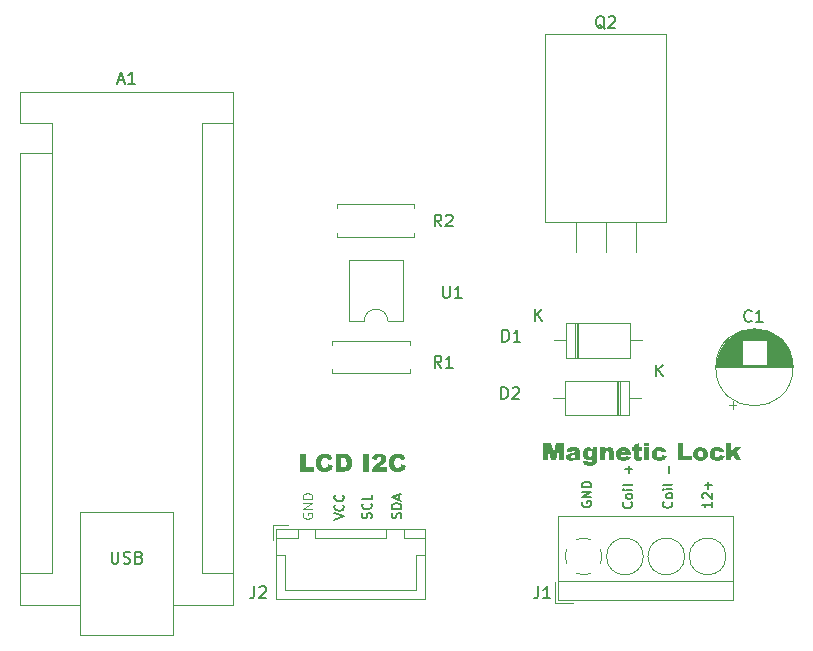
<source format=gbr>
%TF.GenerationSoftware,KiCad,Pcbnew,8.0.7*%
%TF.CreationDate,2025-07-22T20:11:00+09:00*%
%TF.ProjectId,Arduino magnetic gate,41726475-696e-46f2-906d-61676e657469,rev?*%
%TF.SameCoordinates,Original*%
%TF.FileFunction,Legend,Top*%
%TF.FilePolarity,Positive*%
%FSLAX46Y46*%
G04 Gerber Fmt 4.6, Leading zero omitted, Abs format (unit mm)*
G04 Created by KiCad (PCBNEW 8.0.7) date 2025-07-22 20:11:00*
%MOMM*%
%LPD*%
G01*
G04 APERTURE LIST*
%ADD10C,0.200000*%
%ADD11C,0.125000*%
%ADD12C,0.150000*%
%ADD13C,0.120000*%
G04 APERTURE END LIST*
D10*
G36*
X204644876Y-118056171D02*
G01*
X205258903Y-118056171D01*
X205495940Y-118965488D01*
X205731879Y-118056171D01*
X206344074Y-118056171D01*
X206344074Y-119556800D01*
X205962688Y-119556800D01*
X205962688Y-118404950D01*
X205667032Y-119556800D01*
X205321917Y-119556800D01*
X205026994Y-118404950D01*
X205026994Y-119556800D01*
X204644876Y-119556800D01*
X204644876Y-118056171D01*
G37*
G36*
X207229429Y-118432345D02*
G01*
X207310985Y-118435997D01*
X207391624Y-118443281D01*
X207453425Y-118452578D01*
X207527716Y-118472641D01*
X207598393Y-118506971D01*
X207644300Y-118541238D01*
X207692111Y-118597566D01*
X207726619Y-118668175D01*
X207728564Y-118673495D01*
X207749852Y-118746715D01*
X207759431Y-118821897D01*
X207759705Y-118836527D01*
X207759705Y-119322693D01*
X207762719Y-119399406D01*
X207769231Y-119444326D01*
X207793741Y-119516378D01*
X207812095Y-119556800D01*
X207418620Y-119556800D01*
X207387479Y-119491587D01*
X207373191Y-119420878D01*
X207316649Y-119470211D01*
X207255263Y-119511882D01*
X207209426Y-119534818D01*
X207136311Y-119558774D01*
X207056183Y-119573858D01*
X206978072Y-119579848D01*
X206950773Y-119580247D01*
X206869544Y-119576074D01*
X206787787Y-119561088D01*
X206717846Y-119535202D01*
X206653285Y-119493052D01*
X206599769Y-119434548D01*
X206566073Y-119368030D01*
X206552199Y-119293498D01*
X206551802Y-119277630D01*
X206555534Y-119244291D01*
X206972388Y-119244291D01*
X207000672Y-119312064D01*
X207006827Y-119317564D01*
X207076825Y-119344011D01*
X207108309Y-119345774D01*
X207183902Y-119336036D01*
X207238369Y-119314999D01*
X207300193Y-119271379D01*
X207324098Y-119240261D01*
X207346909Y-119166666D01*
X207349377Y-119124856D01*
X207349377Y-119064406D01*
X207277918Y-119086001D01*
X207204039Y-119105540D01*
X207169126Y-119113865D01*
X207092347Y-119134893D01*
X207023509Y-119163148D01*
X207007559Y-119174315D01*
X206972526Y-119239424D01*
X206972388Y-119244291D01*
X206555534Y-119244291D01*
X206560460Y-119200288D01*
X206589655Y-119127370D01*
X206625075Y-119080526D01*
X206689874Y-119032056D01*
X206764723Y-118999353D01*
X206836523Y-118978246D01*
X206895085Y-118965488D01*
X206977728Y-118949280D01*
X207059395Y-118932814D01*
X207133281Y-118917214D01*
X207201000Y-118901374D01*
X207273082Y-118880216D01*
X207344485Y-118855224D01*
X207349377Y-118853380D01*
X207339292Y-118780428D01*
X207317503Y-118744204D01*
X207246513Y-118715188D01*
X207205030Y-118712696D01*
X207129849Y-118718622D01*
X207057081Y-118744252D01*
X207050424Y-118748600D01*
X207004480Y-118806287D01*
X206985577Y-118853380D01*
X206584775Y-118806485D01*
X206602729Y-118732025D01*
X206629975Y-118659207D01*
X206649988Y-118622571D01*
X206698465Y-118563398D01*
X206758672Y-118515433D01*
X206773453Y-118506067D01*
X206841871Y-118474285D01*
X206913512Y-118454531D01*
X206932088Y-118450746D01*
X207010193Y-118438913D01*
X207085771Y-118432864D01*
X207150441Y-118431328D01*
X207229429Y-118432345D01*
G37*
G36*
X208507669Y-118435264D02*
G01*
X208580438Y-118448684D01*
X208642643Y-118471629D01*
X208708400Y-118512782D01*
X208765880Y-118566225D01*
X208797981Y-118604252D01*
X208797981Y-118454776D01*
X209190724Y-118454776D01*
X209190724Y-119494518D01*
X209191823Y-119543244D01*
X209185641Y-119619614D01*
X209167093Y-119693201D01*
X209147859Y-119740714D01*
X209111040Y-119806007D01*
X209061850Y-119865346D01*
X209031356Y-119892389D01*
X208965947Y-119934338D01*
X208894085Y-119963506D01*
X208847074Y-119976287D01*
X208774052Y-119990004D01*
X208694661Y-119998641D01*
X208617764Y-120002070D01*
X208590986Y-120002298D01*
X208511782Y-120000741D01*
X208421858Y-119994416D01*
X208342024Y-119983225D01*
X208259541Y-119963372D01*
X208181672Y-119931355D01*
X208138159Y-119902647D01*
X208084304Y-119848769D01*
X208042109Y-119778029D01*
X208020951Y-119706147D01*
X208015061Y-119636301D01*
X208017259Y-119580247D01*
X208423924Y-119627141D01*
X208465353Y-119690121D01*
X208471185Y-119693820D01*
X208542351Y-119717727D01*
X208587688Y-119720931D01*
X208662725Y-119710788D01*
X208723243Y-119674769D01*
X208758404Y-119606180D01*
X208768130Y-119527357D01*
X208768306Y-119513202D01*
X208768306Y-119354933D01*
X208714130Y-119410261D01*
X208652214Y-119455118D01*
X208644475Y-119459347D01*
X208576118Y-119488131D01*
X208504039Y-119504968D01*
X208435281Y-119509905D01*
X208355962Y-119503143D01*
X208282593Y-119482857D01*
X208215175Y-119449047D01*
X208153707Y-119401713D01*
X208098190Y-119340855D01*
X208081007Y-119317564D01*
X208043605Y-119253588D01*
X208015390Y-119181232D01*
X207996361Y-119100496D01*
X207987363Y-119024624D01*
X207985841Y-118980509D01*
X208403407Y-118980509D01*
X208409381Y-119059491D01*
X208431846Y-119133076D01*
X208453965Y-119167721D01*
X208512492Y-119213333D01*
X208586956Y-119228537D01*
X208658763Y-119212783D01*
X208718114Y-119165522D01*
X208754429Y-119097862D01*
X208769369Y-119020445D01*
X208771237Y-118975013D01*
X208765799Y-118901196D01*
X208744916Y-118828107D01*
X208715550Y-118780107D01*
X208657949Y-118731721D01*
X208584619Y-118712762D01*
X208579628Y-118712696D01*
X208507455Y-118728267D01*
X208451401Y-118774978D01*
X208418593Y-118844792D01*
X208405704Y-118921586D01*
X208403407Y-118980509D01*
X207985841Y-118980509D01*
X207985019Y-118956695D01*
X207988033Y-118879531D01*
X207999608Y-118794798D01*
X208019864Y-118718643D01*
X208048801Y-118651066D01*
X208093533Y-118583068D01*
X208108484Y-118565784D01*
X208166307Y-118513394D01*
X208231422Y-118473871D01*
X208303831Y-118447216D01*
X208383532Y-118433429D01*
X208432350Y-118431328D01*
X208507669Y-118435264D01*
G37*
G36*
X209436188Y-118454776D02*
G01*
X209826732Y-118454776D01*
X209826732Y-118633562D01*
X209876130Y-118577282D01*
X209931357Y-118526306D01*
X209992519Y-118484282D01*
X210003686Y-118478223D01*
X210076518Y-118449647D01*
X210152967Y-118435038D01*
X210222406Y-118431328D01*
X210304677Y-118437854D01*
X210377469Y-118457432D01*
X210448029Y-118495058D01*
X210494614Y-118535742D01*
X210542254Y-118603253D01*
X210571512Y-118678346D01*
X210587007Y-118755698D01*
X210592781Y-118830651D01*
X210593166Y-118857410D01*
X210593166Y-119556800D01*
X210171848Y-119556800D01*
X210171848Y-118949734D01*
X210165559Y-118875293D01*
X210136090Y-118805561D01*
X210133746Y-118802822D01*
X210070483Y-118764699D01*
X210026767Y-118759591D01*
X209953866Y-118776031D01*
X209902936Y-118817843D01*
X209870629Y-118886485D01*
X209857937Y-118965211D01*
X209855675Y-119026670D01*
X209855675Y-119556800D01*
X209436188Y-119556800D01*
X209436188Y-118454776D01*
G37*
G36*
X211485953Y-118433763D02*
G01*
X211563585Y-118441066D01*
X211645365Y-118455739D01*
X211717679Y-118477040D01*
X211772127Y-118500571D01*
X211836195Y-118538902D01*
X211898527Y-118591330D01*
X211950543Y-118653611D01*
X211979489Y-118700606D01*
X212010584Y-118771108D01*
X212032795Y-118851457D01*
X212044941Y-118929838D01*
X212049939Y-119003022D01*
X212050563Y-119041691D01*
X212050563Y-119087853D01*
X211209757Y-119087853D01*
X211225796Y-119162696D01*
X211261675Y-119228122D01*
X211264346Y-119231102D01*
X211324643Y-119277434D01*
X211399105Y-119297820D01*
X211422981Y-119298879D01*
X211497800Y-119287573D01*
X211540218Y-119269936D01*
X211598971Y-119221546D01*
X211613491Y-119205090D01*
X212026750Y-119251984D01*
X211983360Y-119324027D01*
X211936219Y-119386603D01*
X211885326Y-119439712D01*
X211822569Y-119488817D01*
X211797772Y-119504043D01*
X211723629Y-119537382D01*
X211646808Y-119558740D01*
X211572087Y-119571242D01*
X211489174Y-119578386D01*
X211413822Y-119580247D01*
X211335598Y-119578083D01*
X211252541Y-119570089D01*
X211178319Y-119556204D01*
X211104313Y-119533123D01*
X211071638Y-119518698D01*
X211004933Y-119478338D01*
X210944951Y-119426503D01*
X210897277Y-119370792D01*
X210865009Y-119323059D01*
X210829265Y-119253084D01*
X210803734Y-119177246D01*
X210788416Y-119095547D01*
X210783389Y-119019252D01*
X210783309Y-119007986D01*
X210787317Y-118929792D01*
X210795993Y-118876827D01*
X211210857Y-118876827D01*
X211624115Y-118876827D01*
X211603502Y-118805343D01*
X211558536Y-118750798D01*
X211488405Y-118719989D01*
X211418951Y-118712696D01*
X211344338Y-118722189D01*
X211274776Y-118756734D01*
X211259217Y-118770215D01*
X211219987Y-118836034D01*
X211210857Y-118876827D01*
X210795993Y-118876827D01*
X210799338Y-118856410D01*
X210824342Y-118774703D01*
X210860887Y-118699926D01*
X210908972Y-118632079D01*
X210947441Y-118590697D01*
X211013519Y-118536537D01*
X211088382Y-118493582D01*
X211157478Y-118466346D01*
X211232674Y-118446892D01*
X211313970Y-118435219D01*
X211401366Y-118431328D01*
X211485953Y-118433763D01*
G37*
G36*
X212741160Y-118056171D02*
G01*
X212741160Y-118454776D01*
X212971970Y-118454776D01*
X212971970Y-118759591D01*
X212741160Y-118759591D01*
X212741160Y-119165522D01*
X212746998Y-119240070D01*
X212754716Y-119262243D01*
X212820554Y-119298736D01*
X212826889Y-119298879D01*
X212903570Y-119286888D01*
X212956582Y-119271035D01*
X212987357Y-119548007D01*
X212910810Y-119562112D01*
X212836873Y-119572187D01*
X212756814Y-119578704D01*
X212696830Y-119580247D01*
X212623580Y-119577728D01*
X212546508Y-119567496D01*
X212475273Y-119544827D01*
X212465654Y-119539947D01*
X212404726Y-119492564D01*
X212363113Y-119431636D01*
X212356111Y-119416482D01*
X212334456Y-119340009D01*
X212324773Y-119263789D01*
X212320886Y-119182461D01*
X212320574Y-119148670D01*
X212320574Y-118759591D01*
X212166335Y-118759591D01*
X212166335Y-118454776D01*
X212320574Y-118454776D01*
X212320574Y-118262435D01*
X212741160Y-118056171D01*
G37*
G36*
X213182629Y-118056171D02*
G01*
X213602116Y-118056171D01*
X213602116Y-118337539D01*
X213182629Y-118337539D01*
X213182629Y-118056171D01*
G37*
G36*
X213182629Y-118454776D02*
G01*
X213602116Y-118454776D01*
X213602116Y-119556800D01*
X213182629Y-119556800D01*
X213182629Y-118454776D01*
G37*
G36*
X214682158Y-119134748D02*
G01*
X215081129Y-119181642D01*
X215056371Y-119254515D01*
X215023312Y-119321090D01*
X214977360Y-119387050D01*
X214972685Y-119392668D01*
X214916115Y-119449199D01*
X214856123Y-119492475D01*
X214787974Y-119528024D01*
X214780710Y-119531154D01*
X214709957Y-119554885D01*
X214629177Y-119570850D01*
X214548955Y-119578521D01*
X214483589Y-119580247D01*
X214410081Y-119578687D01*
X214332898Y-119573082D01*
X214254771Y-119561906D01*
X214193062Y-119547640D01*
X214123853Y-119523326D01*
X214054997Y-119487489D01*
X213993760Y-119442127D01*
X213940783Y-119389017D01*
X213896205Y-119329933D01*
X213862968Y-119271035D01*
X213836060Y-119195957D01*
X213822353Y-119123259D01*
X213816445Y-119050123D01*
X213815707Y-119010550D01*
X213819324Y-118929286D01*
X213830178Y-118855120D01*
X213851037Y-118780168D01*
X213873592Y-118728084D01*
X213912903Y-118663652D01*
X213962372Y-118604904D01*
X213988630Y-118579706D01*
X214048830Y-118531925D01*
X214115147Y-118492776D01*
X214139206Y-118481887D01*
X214213691Y-118457447D01*
X214289048Y-118442437D01*
X214362047Y-118434488D01*
X214441638Y-118431378D01*
X214453547Y-118431328D01*
X214534134Y-118433663D01*
X214608515Y-118440666D01*
X214689577Y-118455234D01*
X214761701Y-118476524D01*
X214834547Y-118509861D01*
X214862043Y-118526950D01*
X214919577Y-118573009D01*
X214969083Y-118627518D01*
X215010559Y-118690477D01*
X215044006Y-118761886D01*
X215059513Y-118806485D01*
X214664939Y-118853380D01*
X214634297Y-118785670D01*
X214597162Y-118748234D01*
X214527416Y-118718561D01*
X214466003Y-118712696D01*
X214387995Y-118725273D01*
X214323047Y-118763003D01*
X214297476Y-118788900D01*
X214258183Y-118856803D01*
X214239292Y-118930234D01*
X214233058Y-119009413D01*
X214232995Y-119018977D01*
X214239221Y-119098403D01*
X214260449Y-119170896D01*
X214296743Y-119227804D01*
X214354579Y-119273822D01*
X214429713Y-119297144D01*
X214459775Y-119298879D01*
X214535612Y-119288804D01*
X214598261Y-119258579D01*
X214649856Y-119203559D01*
X214682158Y-119134748D01*
G37*
G36*
X215994109Y-118056171D02*
G01*
X216460857Y-118056171D01*
X216460857Y-119181642D01*
X217189189Y-119181642D01*
X217189189Y-119556800D01*
X215994109Y-119556800D01*
X215994109Y-118056171D01*
G37*
G36*
X218019513Y-118434322D02*
G01*
X218094131Y-118443304D01*
X218180336Y-118462951D01*
X218258688Y-118491955D01*
X218329186Y-118530314D01*
X218391831Y-118578029D01*
X218436293Y-118622937D01*
X218482236Y-118683288D01*
X218518673Y-118748663D01*
X218545605Y-118819061D01*
X218563032Y-118894482D01*
X218570953Y-118974926D01*
X218571481Y-119002857D01*
X218567394Y-119079847D01*
X218555131Y-119152365D01*
X218529624Y-119233483D01*
X218492345Y-119308161D01*
X218443294Y-119376399D01*
X218404053Y-119418314D01*
X218336746Y-119473346D01*
X218260398Y-119516992D01*
X218189867Y-119544666D01*
X218113058Y-119564433D01*
X218029969Y-119576293D01*
X217940602Y-119580247D01*
X217860639Y-119576964D01*
X217785613Y-119567116D01*
X217702099Y-119546633D01*
X217625695Y-119516695D01*
X217556400Y-119477304D01*
X217514154Y-119445791D01*
X217456527Y-119391167D01*
X217408667Y-119331481D01*
X217370574Y-119266732D01*
X217342249Y-119196921D01*
X217323691Y-119122047D01*
X217314900Y-119042111D01*
X217314119Y-119008719D01*
X217314297Y-119005421D01*
X217734705Y-119005421D01*
X217739371Y-119083535D01*
X217755500Y-119155849D01*
X217790061Y-119222507D01*
X217793690Y-119227072D01*
X217851442Y-119276159D01*
X217926237Y-119298248D01*
X217942800Y-119298879D01*
X218015810Y-119285345D01*
X218080338Y-119240807D01*
X218091544Y-119228171D01*
X218127041Y-119163084D01*
X218144107Y-119090426D01*
X218149739Y-119010719D01*
X218149796Y-119001025D01*
X218145130Y-118924917D01*
X218126755Y-118847953D01*
X218090811Y-118784137D01*
X218034191Y-118735301D01*
X217961698Y-118713324D01*
X217945731Y-118712696D01*
X217871690Y-118726581D01*
X217809850Y-118768235D01*
X217794423Y-118785236D01*
X217758032Y-118850031D01*
X217739429Y-118928164D01*
X217734705Y-119005421D01*
X217314297Y-119005421D01*
X217318242Y-118932335D01*
X217334076Y-118846365D01*
X217361785Y-118766604D01*
X217401370Y-118693050D01*
X217452830Y-118625705D01*
X217483013Y-118594361D01*
X217550646Y-118538955D01*
X217626599Y-118495013D01*
X217696249Y-118467151D01*
X217771678Y-118447250D01*
X217852884Y-118435309D01*
X217939869Y-118431328D01*
X218019513Y-118434322D01*
G37*
G36*
X219581181Y-119134748D02*
G01*
X219980152Y-119181642D01*
X219955394Y-119254515D01*
X219922335Y-119321090D01*
X219876383Y-119387050D01*
X219871708Y-119392668D01*
X219815138Y-119449199D01*
X219755146Y-119492475D01*
X219686997Y-119528024D01*
X219679733Y-119531154D01*
X219608980Y-119554885D01*
X219528200Y-119570850D01*
X219447978Y-119578521D01*
X219382612Y-119580247D01*
X219309104Y-119578687D01*
X219231921Y-119573082D01*
X219153794Y-119561906D01*
X219092085Y-119547640D01*
X219022876Y-119523326D01*
X218954020Y-119487489D01*
X218892783Y-119442127D01*
X218839806Y-119389017D01*
X218795228Y-119329933D01*
X218761991Y-119271035D01*
X218735083Y-119195957D01*
X218721376Y-119123259D01*
X218715468Y-119050123D01*
X218714730Y-119010550D01*
X218718347Y-118929286D01*
X218729201Y-118855120D01*
X218750060Y-118780168D01*
X218772615Y-118728084D01*
X218811926Y-118663652D01*
X218861395Y-118604904D01*
X218887654Y-118579706D01*
X218947853Y-118531925D01*
X219014170Y-118492776D01*
X219038229Y-118481887D01*
X219112714Y-118457447D01*
X219188071Y-118442437D01*
X219261070Y-118434488D01*
X219340662Y-118431378D01*
X219352570Y-118431328D01*
X219433157Y-118433663D01*
X219507538Y-118440666D01*
X219588600Y-118455234D01*
X219660724Y-118476524D01*
X219733570Y-118509861D01*
X219761066Y-118526950D01*
X219818601Y-118573009D01*
X219868106Y-118627518D01*
X219909582Y-118690477D01*
X219943029Y-118761886D01*
X219958536Y-118806485D01*
X219563962Y-118853380D01*
X219533320Y-118785670D01*
X219496185Y-118748234D01*
X219426439Y-118718561D01*
X219365026Y-118712696D01*
X219287018Y-118725273D01*
X219222070Y-118763003D01*
X219196499Y-118788900D01*
X219157206Y-118856803D01*
X219138315Y-118930234D01*
X219132081Y-119009413D01*
X219132018Y-119018977D01*
X219138244Y-119098403D01*
X219159472Y-119170896D01*
X219195766Y-119227804D01*
X219253602Y-119273822D01*
X219328736Y-119297144D01*
X219358798Y-119298879D01*
X219434635Y-119288804D01*
X219497284Y-119258579D01*
X219548879Y-119203559D01*
X219581181Y-119134748D01*
G37*
G36*
X220129628Y-118056171D02*
G01*
X220558275Y-118056171D01*
X220558275Y-118795495D01*
X220871516Y-118454776D01*
X221387723Y-118454776D01*
X220994981Y-118840924D01*
X221410438Y-119556800D01*
X220937462Y-119556800D01*
X220715811Y-119116063D01*
X220558275Y-119270303D01*
X220558275Y-119556800D01*
X220129628Y-119556800D01*
X220129628Y-118056171D01*
G37*
G36*
X184050605Y-118995971D02*
G01*
X184517353Y-118995971D01*
X184517353Y-120121442D01*
X185245685Y-120121442D01*
X185245685Y-120496600D01*
X184050605Y-120496600D01*
X184050605Y-118995971D01*
G37*
G36*
X186420616Y-119886969D02*
G01*
X186829478Y-120005305D01*
X186809247Y-120077155D01*
X186780545Y-120152700D01*
X186745889Y-120221239D01*
X186705280Y-120282771D01*
X186699785Y-120289970D01*
X186646523Y-120349656D01*
X186586480Y-120400532D01*
X186519655Y-120442598D01*
X186479600Y-120462161D01*
X186409533Y-120487486D01*
X186330490Y-120505575D01*
X186253964Y-120515468D01*
X186170566Y-120519821D01*
X186145476Y-120520047D01*
X186070740Y-120518321D01*
X185986865Y-120511692D01*
X185909328Y-120500091D01*
X185826877Y-120480273D01*
X185753051Y-120453689D01*
X185743208Y-120449339D01*
X185676961Y-120413107D01*
X185614780Y-120366602D01*
X185556667Y-120309823D01*
X185510093Y-120252980D01*
X185473564Y-120199844D01*
X185435092Y-120129296D01*
X185404579Y-120051742D01*
X185382026Y-119967180D01*
X185369312Y-119891360D01*
X185362126Y-119810674D01*
X185360357Y-119742622D01*
X185363472Y-119652525D01*
X185372814Y-119567797D01*
X185388384Y-119488439D01*
X185410183Y-119414451D01*
X185438210Y-119345832D01*
X185482002Y-119267609D01*
X185535525Y-119197777D01*
X185559660Y-119172193D01*
X185625984Y-119114671D01*
X185700395Y-119066899D01*
X185782891Y-119028876D01*
X185854710Y-119005477D01*
X185931704Y-118988318D01*
X186013873Y-118977399D01*
X186101216Y-118972719D01*
X186123861Y-118972524D01*
X186210060Y-118975351D01*
X186290284Y-118983830D01*
X186364534Y-118997962D01*
X186445747Y-119022383D01*
X186518356Y-119054943D01*
X186572290Y-119088295D01*
X186630615Y-119136076D01*
X186683041Y-119192589D01*
X186729568Y-119257835D01*
X186770196Y-119331813D01*
X186799546Y-119400132D01*
X186815190Y-119444035D01*
X186403030Y-119535260D01*
X186376587Y-119466820D01*
X186357601Y-119434876D01*
X186304850Y-119380446D01*
X186261614Y-119353177D01*
X186189836Y-119329011D01*
X186135218Y-119324234D01*
X186060525Y-119332042D01*
X185987554Y-119359492D01*
X185926290Y-119406707D01*
X185891952Y-119449164D01*
X185858335Y-119517435D01*
X185838725Y-119596560D01*
X185830446Y-119669682D01*
X185828205Y-119740424D01*
X185830884Y-119827050D01*
X185838921Y-119902832D01*
X185855069Y-119977537D01*
X185886548Y-120051896D01*
X185904408Y-120077112D01*
X185964115Y-120129050D01*
X186038453Y-120159428D01*
X186118732Y-120168337D01*
X186196133Y-120161325D01*
X186266481Y-120137412D01*
X186321331Y-120096530D01*
X186367407Y-120033229D01*
X186397696Y-119966468D01*
X186418655Y-119895492D01*
X186420616Y-119886969D01*
G37*
G36*
X187821264Y-118997916D02*
G01*
X187900679Y-119005102D01*
X187982253Y-119019796D01*
X188054026Y-119041406D01*
X188078414Y-119051292D01*
X188146034Y-119086207D01*
X188206699Y-119128714D01*
X188260408Y-119178814D01*
X188287242Y-119209928D01*
X188330016Y-119270738D01*
X188365604Y-119336938D01*
X188394004Y-119408528D01*
X188406676Y-119450630D01*
X188424563Y-119529007D01*
X188436597Y-119609994D01*
X188442378Y-119684171D01*
X188443679Y-119741156D01*
X188441734Y-119827620D01*
X188435900Y-119906484D01*
X188424176Y-119988888D01*
X188407159Y-120060948D01*
X188388358Y-120114482D01*
X188354056Y-120185515D01*
X188312972Y-120249825D01*
X188265106Y-120307411D01*
X188235584Y-120336498D01*
X188173016Y-120386537D01*
X188107586Y-120424912D01*
X188039293Y-120451624D01*
X188025291Y-120455567D01*
X187950347Y-120473519D01*
X187870359Y-120487584D01*
X187794950Y-120495157D01*
X187747221Y-120496600D01*
X187053693Y-120496600D01*
X187053693Y-120144890D01*
X187520441Y-120144890D01*
X187634747Y-120144890D01*
X187710307Y-120142427D01*
X187784556Y-120132725D01*
X187842842Y-120113749D01*
X187900976Y-120067141D01*
X187939562Y-120004206D01*
X187960994Y-119931803D01*
X187971298Y-119850688D01*
X187974596Y-119772194D01*
X187974733Y-119750682D01*
X187971977Y-119668868D01*
X187961794Y-119586442D01*
X187940968Y-119509414D01*
X187905825Y-119444653D01*
X187896331Y-119433410D01*
X187837469Y-119388202D01*
X187767241Y-119361830D01*
X187691095Y-119349774D01*
X187636945Y-119347681D01*
X187520441Y-119347681D01*
X187520441Y-120144890D01*
X187053693Y-120144890D01*
X187053693Y-118995971D01*
X187747221Y-118995971D01*
X187821264Y-118997916D01*
G37*
G36*
X189399157Y-118995971D02*
G01*
X189866638Y-118995971D01*
X189866638Y-120496600D01*
X189399157Y-120496600D01*
X189399157Y-118995971D01*
G37*
G36*
X191357008Y-120496600D02*
G01*
X190097814Y-120496600D01*
X190111478Y-120415122D01*
X190133557Y-120335784D01*
X190164051Y-120258585D01*
X190202960Y-120183524D01*
X190228972Y-120141593D01*
X190276937Y-120077214D01*
X190327219Y-120020712D01*
X190386875Y-119961616D01*
X190441349Y-119912472D01*
X190501822Y-119861667D01*
X190568294Y-119809203D01*
X190640766Y-119755078D01*
X190705320Y-119706813D01*
X190768783Y-119656298D01*
X190825684Y-119606209D01*
X190876704Y-119550647D01*
X190913783Y-119486655D01*
X190928362Y-119418023D01*
X190910409Y-119344206D01*
X190877437Y-119301886D01*
X190811801Y-119263078D01*
X190749210Y-119253892D01*
X190676028Y-119266898D01*
X190617685Y-119305916D01*
X190577268Y-119371732D01*
X190555484Y-119449425D01*
X190549175Y-119488365D01*
X190128588Y-119453560D01*
X190141451Y-119379877D01*
X190160960Y-119304813D01*
X190189039Y-119232025D01*
X190219447Y-119177688D01*
X190265922Y-119120179D01*
X190322916Y-119071757D01*
X190390429Y-119032423D01*
X190405193Y-119025647D01*
X190480091Y-118999967D01*
X190558928Y-118984197D01*
X190637377Y-118975844D01*
X190711651Y-118972732D01*
X190737852Y-118972524D01*
X190817382Y-118974276D01*
X190901441Y-118980747D01*
X190976104Y-118991987D01*
X191049926Y-119010672D01*
X191082235Y-119022350D01*
X191154212Y-119058449D01*
X191215815Y-119104925D01*
X191267041Y-119161776D01*
X191276041Y-119174391D01*
X191313329Y-119240937D01*
X191336806Y-119312350D01*
X191346473Y-119388628D01*
X191346750Y-119404468D01*
X191340345Y-119479584D01*
X191321131Y-119552845D01*
X191289108Y-119624252D01*
X191265783Y-119663121D01*
X191217034Y-119726364D01*
X191160817Y-119784182D01*
X191102556Y-119835582D01*
X191034996Y-119888682D01*
X190971593Y-119934230D01*
X190906925Y-119978573D01*
X190845913Y-120021671D01*
X190801966Y-120054764D01*
X190746075Y-120103151D01*
X190701582Y-120144890D01*
X191357008Y-120144890D01*
X191357008Y-120496600D01*
G37*
G36*
X192601914Y-119886969D02*
G01*
X193010776Y-120005305D01*
X192990545Y-120077155D01*
X192961843Y-120152700D01*
X192927187Y-120221239D01*
X192886578Y-120282771D01*
X192881083Y-120289970D01*
X192827821Y-120349656D01*
X192767778Y-120400532D01*
X192700953Y-120442598D01*
X192660898Y-120462161D01*
X192590831Y-120487486D01*
X192511788Y-120505575D01*
X192435262Y-120515468D01*
X192351864Y-120519821D01*
X192326774Y-120520047D01*
X192252038Y-120518321D01*
X192168163Y-120511692D01*
X192090626Y-120500091D01*
X192008175Y-120480273D01*
X191934349Y-120453689D01*
X191924506Y-120449339D01*
X191858259Y-120413107D01*
X191796078Y-120366602D01*
X191737965Y-120309823D01*
X191691391Y-120252980D01*
X191654862Y-120199844D01*
X191616389Y-120129296D01*
X191585877Y-120051742D01*
X191563324Y-119967180D01*
X191550610Y-119891360D01*
X191543424Y-119810674D01*
X191541655Y-119742622D01*
X191544770Y-119652525D01*
X191554112Y-119567797D01*
X191569682Y-119488439D01*
X191591481Y-119414451D01*
X191619508Y-119345832D01*
X191663300Y-119267609D01*
X191716823Y-119197777D01*
X191740958Y-119172193D01*
X191807282Y-119114671D01*
X191881693Y-119066899D01*
X191964189Y-119028876D01*
X192036008Y-119005477D01*
X192113002Y-118988318D01*
X192195171Y-118977399D01*
X192282514Y-118972719D01*
X192305159Y-118972524D01*
X192391358Y-118975351D01*
X192471582Y-118983830D01*
X192545832Y-118997962D01*
X192627045Y-119022383D01*
X192699653Y-119054943D01*
X192753588Y-119088295D01*
X192811913Y-119136076D01*
X192864339Y-119192589D01*
X192910866Y-119257835D01*
X192951494Y-119331813D01*
X192980844Y-119400132D01*
X192996488Y-119444035D01*
X192584328Y-119535260D01*
X192557885Y-119466820D01*
X192538899Y-119434876D01*
X192486148Y-119380446D01*
X192442912Y-119353177D01*
X192371134Y-119329011D01*
X192316516Y-119324234D01*
X192241823Y-119332042D01*
X192168852Y-119359492D01*
X192107588Y-119406707D01*
X192073250Y-119449164D01*
X192039633Y-119517435D01*
X192020023Y-119596560D01*
X192011744Y-119669682D01*
X192009503Y-119740424D01*
X192012182Y-119827050D01*
X192020219Y-119902832D01*
X192036367Y-119977537D01*
X192067846Y-120051896D01*
X192085706Y-120077112D01*
X192145413Y-120129050D01*
X192219751Y-120159428D01*
X192300030Y-120168337D01*
X192377431Y-120161325D01*
X192447779Y-120137412D01*
X192502629Y-120096530D01*
X192548705Y-120033229D01*
X192578994Y-119966468D01*
X192599953Y-119895492D01*
X192601914Y-119886969D01*
G37*
D11*
X184325090Y-124022240D02*
X184286995Y-124098430D01*
X184286995Y-124098430D02*
X184286995Y-124212716D01*
X184286995Y-124212716D02*
X184325090Y-124327002D01*
X184325090Y-124327002D02*
X184401280Y-124403192D01*
X184401280Y-124403192D02*
X184477471Y-124441287D01*
X184477471Y-124441287D02*
X184629852Y-124479383D01*
X184629852Y-124479383D02*
X184744138Y-124479383D01*
X184744138Y-124479383D02*
X184896519Y-124441287D01*
X184896519Y-124441287D02*
X184972709Y-124403192D01*
X184972709Y-124403192D02*
X185048900Y-124327002D01*
X185048900Y-124327002D02*
X185086995Y-124212716D01*
X185086995Y-124212716D02*
X185086995Y-124136525D01*
X185086995Y-124136525D02*
X185048900Y-124022240D01*
X185048900Y-124022240D02*
X185010804Y-123984144D01*
X185010804Y-123984144D02*
X184744138Y-123984144D01*
X184744138Y-123984144D02*
X184744138Y-124136525D01*
X185086995Y-123641287D02*
X184286995Y-123641287D01*
X184286995Y-123641287D02*
X185086995Y-123184144D01*
X185086995Y-123184144D02*
X184286995Y-123184144D01*
X185086995Y-122803192D02*
X184286995Y-122803192D01*
X184286995Y-122803192D02*
X184286995Y-122612716D01*
X184286995Y-122612716D02*
X184325090Y-122498430D01*
X184325090Y-122498430D02*
X184401280Y-122422240D01*
X184401280Y-122422240D02*
X184477471Y-122384145D01*
X184477471Y-122384145D02*
X184629852Y-122346049D01*
X184629852Y-122346049D02*
X184744138Y-122346049D01*
X184744138Y-122346049D02*
X184896519Y-122384145D01*
X184896519Y-122384145D02*
X184972709Y-122422240D01*
X184972709Y-122422240D02*
X185048900Y-122498430D01*
X185048900Y-122498430D02*
X185086995Y-122612716D01*
X185086995Y-122612716D02*
X185086995Y-122803192D01*
D12*
X192566000Y-124437535D02*
X192604095Y-124323249D01*
X192604095Y-124323249D02*
X192604095Y-124132773D01*
X192604095Y-124132773D02*
X192566000Y-124056582D01*
X192566000Y-124056582D02*
X192527904Y-124018487D01*
X192527904Y-124018487D02*
X192451714Y-123980392D01*
X192451714Y-123980392D02*
X192375523Y-123980392D01*
X192375523Y-123980392D02*
X192299333Y-124018487D01*
X192299333Y-124018487D02*
X192261238Y-124056582D01*
X192261238Y-124056582D02*
X192223142Y-124132773D01*
X192223142Y-124132773D02*
X192185047Y-124285154D01*
X192185047Y-124285154D02*
X192146952Y-124361344D01*
X192146952Y-124361344D02*
X192108857Y-124399439D01*
X192108857Y-124399439D02*
X192032666Y-124437535D01*
X192032666Y-124437535D02*
X191956476Y-124437535D01*
X191956476Y-124437535D02*
X191880285Y-124399439D01*
X191880285Y-124399439D02*
X191842190Y-124361344D01*
X191842190Y-124361344D02*
X191804095Y-124285154D01*
X191804095Y-124285154D02*
X191804095Y-124094677D01*
X191804095Y-124094677D02*
X191842190Y-123980392D01*
X192604095Y-123637534D02*
X191804095Y-123637534D01*
X191804095Y-123637534D02*
X191804095Y-123447058D01*
X191804095Y-123447058D02*
X191842190Y-123332772D01*
X191842190Y-123332772D02*
X191918380Y-123256582D01*
X191918380Y-123256582D02*
X191994571Y-123218487D01*
X191994571Y-123218487D02*
X192146952Y-123180391D01*
X192146952Y-123180391D02*
X192261238Y-123180391D01*
X192261238Y-123180391D02*
X192413619Y-123218487D01*
X192413619Y-123218487D02*
X192489809Y-123256582D01*
X192489809Y-123256582D02*
X192566000Y-123332772D01*
X192566000Y-123332772D02*
X192604095Y-123447058D01*
X192604095Y-123447058D02*
X192604095Y-123637534D01*
X192375523Y-122875630D02*
X192375523Y-122494677D01*
X192604095Y-122951820D02*
X191804095Y-122685153D01*
X191804095Y-122685153D02*
X192604095Y-122418487D01*
X186952695Y-124564525D02*
X187752695Y-124297858D01*
X187752695Y-124297858D02*
X186952695Y-124031192D01*
X187676504Y-123307382D02*
X187714600Y-123345478D01*
X187714600Y-123345478D02*
X187752695Y-123459763D01*
X187752695Y-123459763D02*
X187752695Y-123535954D01*
X187752695Y-123535954D02*
X187714600Y-123650240D01*
X187714600Y-123650240D02*
X187638409Y-123726430D01*
X187638409Y-123726430D02*
X187562219Y-123764525D01*
X187562219Y-123764525D02*
X187409838Y-123802621D01*
X187409838Y-123802621D02*
X187295552Y-123802621D01*
X187295552Y-123802621D02*
X187143171Y-123764525D01*
X187143171Y-123764525D02*
X187066980Y-123726430D01*
X187066980Y-123726430D02*
X186990790Y-123650240D01*
X186990790Y-123650240D02*
X186952695Y-123535954D01*
X186952695Y-123535954D02*
X186952695Y-123459763D01*
X186952695Y-123459763D02*
X186990790Y-123345478D01*
X186990790Y-123345478D02*
X187028885Y-123307382D01*
X187676504Y-122507382D02*
X187714600Y-122545478D01*
X187714600Y-122545478D02*
X187752695Y-122659763D01*
X187752695Y-122659763D02*
X187752695Y-122735954D01*
X187752695Y-122735954D02*
X187714600Y-122850240D01*
X187714600Y-122850240D02*
X187638409Y-122926430D01*
X187638409Y-122926430D02*
X187562219Y-122964525D01*
X187562219Y-122964525D02*
X187409838Y-123002621D01*
X187409838Y-123002621D02*
X187295552Y-123002621D01*
X187295552Y-123002621D02*
X187143171Y-122964525D01*
X187143171Y-122964525D02*
X187066980Y-122926430D01*
X187066980Y-122926430D02*
X186990790Y-122850240D01*
X186990790Y-122850240D02*
X186952695Y-122735954D01*
X186952695Y-122735954D02*
X186952695Y-122659763D01*
X186952695Y-122659763D02*
X186990790Y-122545478D01*
X186990790Y-122545478D02*
X187028885Y-122507382D01*
X190051400Y-124462935D02*
X190089495Y-124348649D01*
X190089495Y-124348649D02*
X190089495Y-124158173D01*
X190089495Y-124158173D02*
X190051400Y-124081982D01*
X190051400Y-124081982D02*
X190013304Y-124043887D01*
X190013304Y-124043887D02*
X189937114Y-124005792D01*
X189937114Y-124005792D02*
X189860923Y-124005792D01*
X189860923Y-124005792D02*
X189784733Y-124043887D01*
X189784733Y-124043887D02*
X189746638Y-124081982D01*
X189746638Y-124081982D02*
X189708542Y-124158173D01*
X189708542Y-124158173D02*
X189670447Y-124310554D01*
X189670447Y-124310554D02*
X189632352Y-124386744D01*
X189632352Y-124386744D02*
X189594257Y-124424839D01*
X189594257Y-124424839D02*
X189518066Y-124462935D01*
X189518066Y-124462935D02*
X189441876Y-124462935D01*
X189441876Y-124462935D02*
X189365685Y-124424839D01*
X189365685Y-124424839D02*
X189327590Y-124386744D01*
X189327590Y-124386744D02*
X189289495Y-124310554D01*
X189289495Y-124310554D02*
X189289495Y-124120077D01*
X189289495Y-124120077D02*
X189327590Y-124005792D01*
X190013304Y-123205791D02*
X190051400Y-123243887D01*
X190051400Y-123243887D02*
X190089495Y-123358172D01*
X190089495Y-123358172D02*
X190089495Y-123434363D01*
X190089495Y-123434363D02*
X190051400Y-123548649D01*
X190051400Y-123548649D02*
X189975209Y-123624839D01*
X189975209Y-123624839D02*
X189899019Y-123662934D01*
X189899019Y-123662934D02*
X189746638Y-123701030D01*
X189746638Y-123701030D02*
X189632352Y-123701030D01*
X189632352Y-123701030D02*
X189479971Y-123662934D01*
X189479971Y-123662934D02*
X189403780Y-123624839D01*
X189403780Y-123624839D02*
X189327590Y-123548649D01*
X189327590Y-123548649D02*
X189289495Y-123434363D01*
X189289495Y-123434363D02*
X189289495Y-123358172D01*
X189289495Y-123358172D02*
X189327590Y-123243887D01*
X189327590Y-123243887D02*
X189365685Y-123205791D01*
X190089495Y-122481982D02*
X190089495Y-122862934D01*
X190089495Y-122862934D02*
X189289495Y-122862934D01*
X207920390Y-123040592D02*
X207882295Y-123116782D01*
X207882295Y-123116782D02*
X207882295Y-123231068D01*
X207882295Y-123231068D02*
X207920390Y-123345354D01*
X207920390Y-123345354D02*
X207996580Y-123421544D01*
X207996580Y-123421544D02*
X208072771Y-123459639D01*
X208072771Y-123459639D02*
X208225152Y-123497735D01*
X208225152Y-123497735D02*
X208339438Y-123497735D01*
X208339438Y-123497735D02*
X208491819Y-123459639D01*
X208491819Y-123459639D02*
X208568009Y-123421544D01*
X208568009Y-123421544D02*
X208644200Y-123345354D01*
X208644200Y-123345354D02*
X208682295Y-123231068D01*
X208682295Y-123231068D02*
X208682295Y-123154877D01*
X208682295Y-123154877D02*
X208644200Y-123040592D01*
X208644200Y-123040592D02*
X208606104Y-123002496D01*
X208606104Y-123002496D02*
X208339438Y-123002496D01*
X208339438Y-123002496D02*
X208339438Y-123154877D01*
X208682295Y-122659639D02*
X207882295Y-122659639D01*
X207882295Y-122659639D02*
X208682295Y-122202496D01*
X208682295Y-122202496D02*
X207882295Y-122202496D01*
X208682295Y-121821544D02*
X207882295Y-121821544D01*
X207882295Y-121821544D02*
X207882295Y-121631068D01*
X207882295Y-121631068D02*
X207920390Y-121516782D01*
X207920390Y-121516782D02*
X207996580Y-121440592D01*
X207996580Y-121440592D02*
X208072771Y-121402497D01*
X208072771Y-121402497D02*
X208225152Y-121364401D01*
X208225152Y-121364401D02*
X208339438Y-121364401D01*
X208339438Y-121364401D02*
X208491819Y-121402497D01*
X208491819Y-121402497D02*
X208568009Y-121440592D01*
X208568009Y-121440592D02*
X208644200Y-121516782D01*
X208644200Y-121516782D02*
X208682295Y-121631068D01*
X208682295Y-121631068D02*
X208682295Y-121821544D01*
X212085904Y-123104096D02*
X212124000Y-123142192D01*
X212124000Y-123142192D02*
X212162095Y-123256477D01*
X212162095Y-123256477D02*
X212162095Y-123332668D01*
X212162095Y-123332668D02*
X212124000Y-123446954D01*
X212124000Y-123446954D02*
X212047809Y-123523144D01*
X212047809Y-123523144D02*
X211971619Y-123561239D01*
X211971619Y-123561239D02*
X211819238Y-123599335D01*
X211819238Y-123599335D02*
X211704952Y-123599335D01*
X211704952Y-123599335D02*
X211552571Y-123561239D01*
X211552571Y-123561239D02*
X211476380Y-123523144D01*
X211476380Y-123523144D02*
X211400190Y-123446954D01*
X211400190Y-123446954D02*
X211362095Y-123332668D01*
X211362095Y-123332668D02*
X211362095Y-123256477D01*
X211362095Y-123256477D02*
X211400190Y-123142192D01*
X211400190Y-123142192D02*
X211438285Y-123104096D01*
X212162095Y-122646954D02*
X212124000Y-122723144D01*
X212124000Y-122723144D02*
X212085904Y-122761239D01*
X212085904Y-122761239D02*
X212009714Y-122799335D01*
X212009714Y-122799335D02*
X211781142Y-122799335D01*
X211781142Y-122799335D02*
X211704952Y-122761239D01*
X211704952Y-122761239D02*
X211666857Y-122723144D01*
X211666857Y-122723144D02*
X211628761Y-122646954D01*
X211628761Y-122646954D02*
X211628761Y-122532668D01*
X211628761Y-122532668D02*
X211666857Y-122456477D01*
X211666857Y-122456477D02*
X211704952Y-122418382D01*
X211704952Y-122418382D02*
X211781142Y-122380287D01*
X211781142Y-122380287D02*
X212009714Y-122380287D01*
X212009714Y-122380287D02*
X212085904Y-122418382D01*
X212085904Y-122418382D02*
X212124000Y-122456477D01*
X212124000Y-122456477D02*
X212162095Y-122532668D01*
X212162095Y-122532668D02*
X212162095Y-122646954D01*
X212162095Y-122037429D02*
X211628761Y-122037429D01*
X211362095Y-122037429D02*
X211400190Y-122075525D01*
X211400190Y-122075525D02*
X211438285Y-122037429D01*
X211438285Y-122037429D02*
X211400190Y-121999334D01*
X211400190Y-121999334D02*
X211362095Y-122037429D01*
X211362095Y-122037429D02*
X211438285Y-122037429D01*
X212162095Y-121542192D02*
X212124000Y-121618382D01*
X212124000Y-121618382D02*
X212047809Y-121656477D01*
X212047809Y-121656477D02*
X211362095Y-121656477D01*
X211857333Y-120627905D02*
X211857333Y-120018382D01*
X212162095Y-120323143D02*
X211552571Y-120323143D01*
X218893095Y-123065992D02*
X218893095Y-123523135D01*
X218893095Y-123294563D02*
X218093095Y-123294563D01*
X218093095Y-123294563D02*
X218207380Y-123370754D01*
X218207380Y-123370754D02*
X218283571Y-123446944D01*
X218283571Y-123446944D02*
X218321666Y-123523135D01*
X218169285Y-122761230D02*
X218131190Y-122723134D01*
X218131190Y-122723134D02*
X218093095Y-122646944D01*
X218093095Y-122646944D02*
X218093095Y-122456468D01*
X218093095Y-122456468D02*
X218131190Y-122380277D01*
X218131190Y-122380277D02*
X218169285Y-122342182D01*
X218169285Y-122342182D02*
X218245476Y-122304087D01*
X218245476Y-122304087D02*
X218321666Y-122304087D01*
X218321666Y-122304087D02*
X218435952Y-122342182D01*
X218435952Y-122342182D02*
X218893095Y-122799325D01*
X218893095Y-122799325D02*
X218893095Y-122304087D01*
X218588333Y-121961229D02*
X218588333Y-121351706D01*
X218893095Y-121656467D02*
X218283571Y-121656467D01*
X215489504Y-123078696D02*
X215527600Y-123116792D01*
X215527600Y-123116792D02*
X215565695Y-123231077D01*
X215565695Y-123231077D02*
X215565695Y-123307268D01*
X215565695Y-123307268D02*
X215527600Y-123421554D01*
X215527600Y-123421554D02*
X215451409Y-123497744D01*
X215451409Y-123497744D02*
X215375219Y-123535839D01*
X215375219Y-123535839D02*
X215222838Y-123573935D01*
X215222838Y-123573935D02*
X215108552Y-123573935D01*
X215108552Y-123573935D02*
X214956171Y-123535839D01*
X214956171Y-123535839D02*
X214879980Y-123497744D01*
X214879980Y-123497744D02*
X214803790Y-123421554D01*
X214803790Y-123421554D02*
X214765695Y-123307268D01*
X214765695Y-123307268D02*
X214765695Y-123231077D01*
X214765695Y-123231077D02*
X214803790Y-123116792D01*
X214803790Y-123116792D02*
X214841885Y-123078696D01*
X215565695Y-122621554D02*
X215527600Y-122697744D01*
X215527600Y-122697744D02*
X215489504Y-122735839D01*
X215489504Y-122735839D02*
X215413314Y-122773935D01*
X215413314Y-122773935D02*
X215184742Y-122773935D01*
X215184742Y-122773935D02*
X215108552Y-122735839D01*
X215108552Y-122735839D02*
X215070457Y-122697744D01*
X215070457Y-122697744D02*
X215032361Y-122621554D01*
X215032361Y-122621554D02*
X215032361Y-122507268D01*
X215032361Y-122507268D02*
X215070457Y-122431077D01*
X215070457Y-122431077D02*
X215108552Y-122392982D01*
X215108552Y-122392982D02*
X215184742Y-122354887D01*
X215184742Y-122354887D02*
X215413314Y-122354887D01*
X215413314Y-122354887D02*
X215489504Y-122392982D01*
X215489504Y-122392982D02*
X215527600Y-122431077D01*
X215527600Y-122431077D02*
X215565695Y-122507268D01*
X215565695Y-122507268D02*
X215565695Y-122621554D01*
X215565695Y-122012029D02*
X215032361Y-122012029D01*
X214765695Y-122012029D02*
X214803790Y-122050125D01*
X214803790Y-122050125D02*
X214841885Y-122012029D01*
X214841885Y-122012029D02*
X214803790Y-121973934D01*
X214803790Y-121973934D02*
X214765695Y-122012029D01*
X214765695Y-122012029D02*
X214841885Y-122012029D01*
X215565695Y-121516792D02*
X215527600Y-121592982D01*
X215527600Y-121592982D02*
X215451409Y-121631077D01*
X215451409Y-121631077D02*
X214765695Y-121631077D01*
X215260933Y-120602505D02*
X215260933Y-119992982D01*
X209835761Y-83027657D02*
X209740523Y-82980038D01*
X209740523Y-82980038D02*
X209645285Y-82884800D01*
X209645285Y-82884800D02*
X209502428Y-82741942D01*
X209502428Y-82741942D02*
X209407190Y-82694323D01*
X209407190Y-82694323D02*
X209311952Y-82694323D01*
X209359571Y-82932419D02*
X209264333Y-82884800D01*
X209264333Y-82884800D02*
X209169095Y-82789561D01*
X209169095Y-82789561D02*
X209121476Y-82599085D01*
X209121476Y-82599085D02*
X209121476Y-82265752D01*
X209121476Y-82265752D02*
X209169095Y-82075276D01*
X209169095Y-82075276D02*
X209264333Y-81980038D01*
X209264333Y-81980038D02*
X209359571Y-81932419D01*
X209359571Y-81932419D02*
X209550047Y-81932419D01*
X209550047Y-81932419D02*
X209645285Y-81980038D01*
X209645285Y-81980038D02*
X209740523Y-82075276D01*
X209740523Y-82075276D02*
X209788142Y-82265752D01*
X209788142Y-82265752D02*
X209788142Y-82599085D01*
X209788142Y-82599085D02*
X209740523Y-82789561D01*
X209740523Y-82789561D02*
X209645285Y-82884800D01*
X209645285Y-82884800D02*
X209550047Y-82932419D01*
X209550047Y-82932419D02*
X209359571Y-82932419D01*
X210169095Y-82027657D02*
X210216714Y-81980038D01*
X210216714Y-81980038D02*
X210311952Y-81932419D01*
X210311952Y-81932419D02*
X210550047Y-81932419D01*
X210550047Y-81932419D02*
X210645285Y-81980038D01*
X210645285Y-81980038D02*
X210692904Y-82027657D01*
X210692904Y-82027657D02*
X210740523Y-82122895D01*
X210740523Y-82122895D02*
X210740523Y-82218133D01*
X210740523Y-82218133D02*
X210692904Y-82360990D01*
X210692904Y-82360990D02*
X210121476Y-82932419D01*
X210121476Y-82932419D02*
X210740523Y-82932419D01*
X180159066Y-130214019D02*
X180159066Y-130928304D01*
X180159066Y-130928304D02*
X180111447Y-131071161D01*
X180111447Y-131071161D02*
X180016209Y-131166400D01*
X180016209Y-131166400D02*
X179873352Y-131214019D01*
X179873352Y-131214019D02*
X179778114Y-131214019D01*
X180587638Y-130309257D02*
X180635257Y-130261638D01*
X180635257Y-130261638D02*
X180730495Y-130214019D01*
X180730495Y-130214019D02*
X180968590Y-130214019D01*
X180968590Y-130214019D02*
X181063828Y-130261638D01*
X181063828Y-130261638D02*
X181111447Y-130309257D01*
X181111447Y-130309257D02*
X181159066Y-130404495D01*
X181159066Y-130404495D02*
X181159066Y-130499733D01*
X181159066Y-130499733D02*
X181111447Y-130642590D01*
X181111447Y-130642590D02*
X180540019Y-131214019D01*
X180540019Y-131214019D02*
X181159066Y-131214019D01*
X204212866Y-130214019D02*
X204212866Y-130928304D01*
X204212866Y-130928304D02*
X204165247Y-131071161D01*
X204165247Y-131071161D02*
X204070009Y-131166400D01*
X204070009Y-131166400D02*
X203927152Y-131214019D01*
X203927152Y-131214019D02*
X203831914Y-131214019D01*
X205212866Y-131214019D02*
X204641438Y-131214019D01*
X204927152Y-131214019D02*
X204927152Y-130214019D01*
X204927152Y-130214019D02*
X204831914Y-130356876D01*
X204831914Y-130356876D02*
X204736676Y-130452114D01*
X204736676Y-130452114D02*
X204641438Y-130499733D01*
X201090305Y-114348419D02*
X201090305Y-113348419D01*
X201090305Y-113348419D02*
X201328400Y-113348419D01*
X201328400Y-113348419D02*
X201471257Y-113396038D01*
X201471257Y-113396038D02*
X201566495Y-113491276D01*
X201566495Y-113491276D02*
X201614114Y-113586514D01*
X201614114Y-113586514D02*
X201661733Y-113776990D01*
X201661733Y-113776990D02*
X201661733Y-113919847D01*
X201661733Y-113919847D02*
X201614114Y-114110323D01*
X201614114Y-114110323D02*
X201566495Y-114205561D01*
X201566495Y-114205561D02*
X201471257Y-114300800D01*
X201471257Y-114300800D02*
X201328400Y-114348419D01*
X201328400Y-114348419D02*
X201090305Y-114348419D01*
X202042686Y-113443657D02*
X202090305Y-113396038D01*
X202090305Y-113396038D02*
X202185543Y-113348419D01*
X202185543Y-113348419D02*
X202423638Y-113348419D01*
X202423638Y-113348419D02*
X202518876Y-113396038D01*
X202518876Y-113396038D02*
X202566495Y-113443657D01*
X202566495Y-113443657D02*
X202614114Y-113538895D01*
X202614114Y-113538895D02*
X202614114Y-113634133D01*
X202614114Y-113634133D02*
X202566495Y-113776990D01*
X202566495Y-113776990D02*
X201995067Y-114348419D01*
X201995067Y-114348419D02*
X202614114Y-114348419D01*
X214190295Y-112443419D02*
X214190295Y-111443419D01*
X214761723Y-112443419D02*
X214333152Y-111871990D01*
X214761723Y-111443419D02*
X214190295Y-112014847D01*
X222261133Y-107725380D02*
X222213514Y-107773000D01*
X222213514Y-107773000D02*
X222070657Y-107820619D01*
X222070657Y-107820619D02*
X221975419Y-107820619D01*
X221975419Y-107820619D02*
X221832562Y-107773000D01*
X221832562Y-107773000D02*
X221737324Y-107677761D01*
X221737324Y-107677761D02*
X221689705Y-107582523D01*
X221689705Y-107582523D02*
X221642086Y-107392047D01*
X221642086Y-107392047D02*
X221642086Y-107249190D01*
X221642086Y-107249190D02*
X221689705Y-107058714D01*
X221689705Y-107058714D02*
X221737324Y-106963476D01*
X221737324Y-106963476D02*
X221832562Y-106868238D01*
X221832562Y-106868238D02*
X221975419Y-106820619D01*
X221975419Y-106820619D02*
X222070657Y-106820619D01*
X222070657Y-106820619D02*
X222213514Y-106868238D01*
X222213514Y-106868238D02*
X222261133Y-106915857D01*
X223213514Y-107820619D02*
X222642086Y-107820619D01*
X222927800Y-107820619D02*
X222927800Y-106820619D01*
X222927800Y-106820619D02*
X222832562Y-106963476D01*
X222832562Y-106963476D02*
X222737324Y-107058714D01*
X222737324Y-107058714D02*
X222642086Y-107106333D01*
X196138895Y-104788619D02*
X196138895Y-105598142D01*
X196138895Y-105598142D02*
X196186514Y-105693380D01*
X196186514Y-105693380D02*
X196234133Y-105741000D01*
X196234133Y-105741000D02*
X196329371Y-105788619D01*
X196329371Y-105788619D02*
X196519847Y-105788619D01*
X196519847Y-105788619D02*
X196615085Y-105741000D01*
X196615085Y-105741000D02*
X196662704Y-105693380D01*
X196662704Y-105693380D02*
X196710323Y-105598142D01*
X196710323Y-105598142D02*
X196710323Y-104788619D01*
X197710323Y-105788619D02*
X197138895Y-105788619D01*
X197424609Y-105788619D02*
X197424609Y-104788619D01*
X197424609Y-104788619D02*
X197329371Y-104931476D01*
X197329371Y-104931476D02*
X197234133Y-105026714D01*
X197234133Y-105026714D02*
X197138895Y-105074333D01*
X195997533Y-99743419D02*
X195664200Y-99267228D01*
X195426105Y-99743419D02*
X195426105Y-98743419D01*
X195426105Y-98743419D02*
X195807057Y-98743419D01*
X195807057Y-98743419D02*
X195902295Y-98791038D01*
X195902295Y-98791038D02*
X195949914Y-98838657D01*
X195949914Y-98838657D02*
X195997533Y-98933895D01*
X195997533Y-98933895D02*
X195997533Y-99076752D01*
X195997533Y-99076752D02*
X195949914Y-99171990D01*
X195949914Y-99171990D02*
X195902295Y-99219609D01*
X195902295Y-99219609D02*
X195807057Y-99267228D01*
X195807057Y-99267228D02*
X195426105Y-99267228D01*
X196378486Y-98838657D02*
X196426105Y-98791038D01*
X196426105Y-98791038D02*
X196521343Y-98743419D01*
X196521343Y-98743419D02*
X196759438Y-98743419D01*
X196759438Y-98743419D02*
X196854676Y-98791038D01*
X196854676Y-98791038D02*
X196902295Y-98838657D01*
X196902295Y-98838657D02*
X196949914Y-98933895D01*
X196949914Y-98933895D02*
X196949914Y-99029133D01*
X196949914Y-99029133D02*
X196902295Y-99171990D01*
X196902295Y-99171990D02*
X196330867Y-99743419D01*
X196330867Y-99743419D02*
X196949914Y-99743419D01*
X195997533Y-111706819D02*
X195664200Y-111230628D01*
X195426105Y-111706819D02*
X195426105Y-110706819D01*
X195426105Y-110706819D02*
X195807057Y-110706819D01*
X195807057Y-110706819D02*
X195902295Y-110754438D01*
X195902295Y-110754438D02*
X195949914Y-110802057D01*
X195949914Y-110802057D02*
X195997533Y-110897295D01*
X195997533Y-110897295D02*
X195997533Y-111040152D01*
X195997533Y-111040152D02*
X195949914Y-111135390D01*
X195949914Y-111135390D02*
X195902295Y-111183009D01*
X195902295Y-111183009D02*
X195807057Y-111230628D01*
X195807057Y-111230628D02*
X195426105Y-111230628D01*
X196949914Y-111706819D02*
X196378486Y-111706819D01*
X196664200Y-111706819D02*
X196664200Y-110706819D01*
X196664200Y-110706819D02*
X196568962Y-110849676D01*
X196568962Y-110849676D02*
X196473724Y-110944914D01*
X196473724Y-110944914D02*
X196378486Y-110992533D01*
X201166505Y-109497019D02*
X201166505Y-108497019D01*
X201166505Y-108497019D02*
X201404600Y-108497019D01*
X201404600Y-108497019D02*
X201547457Y-108544638D01*
X201547457Y-108544638D02*
X201642695Y-108639876D01*
X201642695Y-108639876D02*
X201690314Y-108735114D01*
X201690314Y-108735114D02*
X201737933Y-108925590D01*
X201737933Y-108925590D02*
X201737933Y-109068447D01*
X201737933Y-109068447D02*
X201690314Y-109258923D01*
X201690314Y-109258923D02*
X201642695Y-109354161D01*
X201642695Y-109354161D02*
X201547457Y-109449400D01*
X201547457Y-109449400D02*
X201404600Y-109497019D01*
X201404600Y-109497019D02*
X201166505Y-109497019D01*
X202690314Y-109497019D02*
X202118886Y-109497019D01*
X202404600Y-109497019D02*
X202404600Y-108497019D01*
X202404600Y-108497019D02*
X202309362Y-108639876D01*
X202309362Y-108639876D02*
X202214124Y-108735114D01*
X202214124Y-108735114D02*
X202118886Y-108782733D01*
X203928695Y-107727219D02*
X203928695Y-106727219D01*
X204500123Y-107727219D02*
X204071552Y-107155790D01*
X204500123Y-106727219D02*
X203928695Y-107298647D01*
X168637514Y-87367304D02*
X169113704Y-87367304D01*
X168542276Y-87653019D02*
X168875609Y-86653019D01*
X168875609Y-86653019D02*
X169208942Y-87653019D01*
X170066085Y-87653019D02*
X169494657Y-87653019D01*
X169780371Y-87653019D02*
X169780371Y-86653019D01*
X169780371Y-86653019D02*
X169685133Y-86795876D01*
X169685133Y-86795876D02*
X169589895Y-86891114D01*
X169589895Y-86891114D02*
X169494657Y-86938733D01*
X168089895Y-127293019D02*
X168089895Y-128102542D01*
X168089895Y-128102542D02*
X168137514Y-128197780D01*
X168137514Y-128197780D02*
X168185133Y-128245400D01*
X168185133Y-128245400D02*
X168280371Y-128293019D01*
X168280371Y-128293019D02*
X168470847Y-128293019D01*
X168470847Y-128293019D02*
X168566085Y-128245400D01*
X168566085Y-128245400D02*
X168613704Y-128197780D01*
X168613704Y-128197780D02*
X168661323Y-128102542D01*
X168661323Y-128102542D02*
X168661323Y-127293019D01*
X169089895Y-128245400D02*
X169232752Y-128293019D01*
X169232752Y-128293019D02*
X169470847Y-128293019D01*
X169470847Y-128293019D02*
X169566085Y-128245400D01*
X169566085Y-128245400D02*
X169613704Y-128197780D01*
X169613704Y-128197780D02*
X169661323Y-128102542D01*
X169661323Y-128102542D02*
X169661323Y-128007304D01*
X169661323Y-128007304D02*
X169613704Y-127912066D01*
X169613704Y-127912066D02*
X169566085Y-127864447D01*
X169566085Y-127864447D02*
X169470847Y-127816828D01*
X169470847Y-127816828D02*
X169280371Y-127769209D01*
X169280371Y-127769209D02*
X169185133Y-127721590D01*
X169185133Y-127721590D02*
X169137514Y-127673971D01*
X169137514Y-127673971D02*
X169089895Y-127578733D01*
X169089895Y-127578733D02*
X169089895Y-127483495D01*
X169089895Y-127483495D02*
X169137514Y-127388257D01*
X169137514Y-127388257D02*
X169185133Y-127340638D01*
X169185133Y-127340638D02*
X169280371Y-127293019D01*
X169280371Y-127293019D02*
X169518466Y-127293019D01*
X169518466Y-127293019D02*
X169661323Y-127340638D01*
X170423228Y-127769209D02*
X170566085Y-127816828D01*
X170566085Y-127816828D02*
X170613704Y-127864447D01*
X170613704Y-127864447D02*
X170661323Y-127959685D01*
X170661323Y-127959685D02*
X170661323Y-128102542D01*
X170661323Y-128102542D02*
X170613704Y-128197780D01*
X170613704Y-128197780D02*
X170566085Y-128245400D01*
X170566085Y-128245400D02*
X170470847Y-128293019D01*
X170470847Y-128293019D02*
X170089895Y-128293019D01*
X170089895Y-128293019D02*
X170089895Y-127293019D01*
X170089895Y-127293019D02*
X170423228Y-127293019D01*
X170423228Y-127293019D02*
X170518466Y-127340638D01*
X170518466Y-127340638D02*
X170566085Y-127388257D01*
X170566085Y-127388257D02*
X170613704Y-127483495D01*
X170613704Y-127483495D02*
X170613704Y-127578733D01*
X170613704Y-127578733D02*
X170566085Y-127673971D01*
X170566085Y-127673971D02*
X170518466Y-127721590D01*
X170518466Y-127721590D02*
X170423228Y-127769209D01*
X170423228Y-127769209D02*
X170089895Y-127769209D01*
D13*
%TO.C,Q2*%
X204811000Y-83477600D02*
X204811000Y-99367600D01*
X204811000Y-83477600D02*
X215051000Y-83477600D01*
X204811000Y-99367600D02*
X215051000Y-99367600D01*
X207391000Y-99367600D02*
X207391000Y-101907600D01*
X209931000Y-99367600D02*
X209931000Y-101907600D01*
X212471000Y-99367600D02*
X212471000Y-101907600D01*
X215051000Y-83477600D02*
X215051000Y-99367600D01*
%TO.C,J2*%
X194634800Y-131297400D02*
X194634800Y-125327400D01*
X194634800Y-125327400D02*
X182014800Y-125327400D01*
X194624800Y-127587400D02*
X193874800Y-127587400D01*
X194624800Y-126087400D02*
X194624800Y-125337400D01*
X194624800Y-125337400D02*
X192824800Y-125337400D01*
X193874800Y-130537400D02*
X188324800Y-130537400D01*
X193874800Y-127587400D02*
X193874800Y-130537400D01*
X192824800Y-126087400D02*
X194624800Y-126087400D01*
X192824800Y-125337400D02*
X192824800Y-126087400D01*
X191324800Y-126087400D02*
X191324800Y-125337400D01*
X191324800Y-125337400D02*
X185324800Y-125337400D01*
X185324800Y-126087400D02*
X191324800Y-126087400D01*
X185324800Y-125337400D02*
X185324800Y-126087400D01*
X183824800Y-126087400D02*
X183824800Y-125337400D01*
X183824800Y-125337400D02*
X182024800Y-125337400D01*
X182974800Y-125037400D02*
X181724800Y-125037400D01*
X182774800Y-130537400D02*
X188324800Y-130537400D01*
X182774800Y-127587400D02*
X182774800Y-130537400D01*
X182024800Y-127587400D02*
X182774800Y-127587400D01*
X182024800Y-126087400D02*
X183824800Y-126087400D01*
X182024800Y-125337400D02*
X182024800Y-126087400D01*
X182014800Y-131297400D02*
X194634800Y-131297400D01*
X182014800Y-125327400D02*
X182014800Y-131297400D01*
X181724800Y-125037400D02*
X181724800Y-126287400D01*
%TO.C,J1*%
X205641600Y-129845800D02*
X205641600Y-131585800D01*
X205641600Y-131585800D02*
X207141600Y-131585800D01*
X205881600Y-124225800D02*
X205881600Y-131345800D01*
X205881600Y-124225800D02*
X220701600Y-124225800D01*
X205881600Y-129785800D02*
X220701600Y-129785800D01*
X205881600Y-131345800D02*
X220701600Y-131345800D01*
X220701600Y-124225800D02*
X220701600Y-131345800D01*
X206609491Y-128293542D02*
G75*
G02*
X206609600Y-127077800I1432109J607742D01*
G01*
X207433858Y-126253691D02*
G75*
G02*
X208649600Y-126253800I607742J-1432109D01*
G01*
X208068611Y-129241293D02*
G75*
G02*
X207433600Y-129117800I-27013J1555481D01*
G01*
X208649187Y-129117185D02*
G75*
G02*
X208041600Y-129240800I-607587J1431385D01*
G01*
X209473709Y-127078058D02*
G75*
G02*
X209473600Y-128293800I-1432112J-607743D01*
G01*
X213096600Y-127685800D02*
G75*
G02*
X209986600Y-127685800I-1555000J0D01*
G01*
X209986600Y-127685800D02*
G75*
G02*
X213096600Y-127685800I1555000J0D01*
G01*
X216596600Y-127685800D02*
G75*
G02*
X213486600Y-127685800I-1555000J0D01*
G01*
X213486600Y-127685800D02*
G75*
G02*
X216596600Y-127685800I1555000J0D01*
G01*
X220096600Y-127685800D02*
G75*
G02*
X216986600Y-127685800I-1555000J0D01*
G01*
X216986600Y-127685800D02*
G75*
G02*
X220096600Y-127685800I1555000J0D01*
G01*
%TO.C,D2*%
X205429000Y-114274600D02*
X206449000Y-114274600D01*
X206449000Y-112804600D02*
X206449000Y-115744600D01*
X206449000Y-115744600D02*
X211889000Y-115744600D01*
X210869000Y-115744600D02*
X210869000Y-112804600D01*
X210989000Y-115744600D02*
X210989000Y-112804600D01*
X211109000Y-115744600D02*
X211109000Y-112804600D01*
X211889000Y-112804600D02*
X206449000Y-112804600D01*
X211889000Y-115744600D02*
X211889000Y-112804600D01*
X212909000Y-114274600D02*
X211889000Y-114274600D01*
%TO.C,C1*%
X220665000Y-115178641D02*
X220665000Y-114548641D01*
X220350000Y-114863641D02*
X220980000Y-114863641D01*
X219274000Y-111678400D02*
X225734000Y-111678400D01*
X219274000Y-111638400D02*
X225734000Y-111638400D01*
X219274000Y-111598400D02*
X225734000Y-111598400D01*
X219276000Y-111558400D02*
X225732000Y-111558400D01*
X219277000Y-111518400D02*
X225731000Y-111518400D01*
X219280000Y-111478400D02*
X225728000Y-111478400D01*
X219282000Y-111438400D02*
X221464000Y-111438400D01*
X223544000Y-111438400D02*
X225726000Y-111438400D01*
X219286000Y-111398400D02*
X221464000Y-111398400D01*
X223544000Y-111398400D02*
X225722000Y-111398400D01*
X219289000Y-111358400D02*
X221464000Y-111358400D01*
X223544000Y-111358400D02*
X225719000Y-111358400D01*
X219293000Y-111318400D02*
X221464000Y-111318400D01*
X223544000Y-111318400D02*
X225715000Y-111318400D01*
X219298000Y-111278400D02*
X221464000Y-111278400D01*
X223544000Y-111278400D02*
X225710000Y-111278400D01*
X219303000Y-111238400D02*
X221464000Y-111238400D01*
X223544000Y-111238400D02*
X225705000Y-111238400D01*
X219309000Y-111198400D02*
X221464000Y-111198400D01*
X223544000Y-111198400D02*
X225699000Y-111198400D01*
X219315000Y-111158400D02*
X221464000Y-111158400D01*
X223544000Y-111158400D02*
X225693000Y-111158400D01*
X219322000Y-111118400D02*
X221464000Y-111118400D01*
X223544000Y-111118400D02*
X225686000Y-111118400D01*
X219329000Y-111078400D02*
X221464000Y-111078400D01*
X223544000Y-111078400D02*
X225679000Y-111078400D01*
X219337000Y-111038400D02*
X221464000Y-111038400D01*
X223544000Y-111038400D02*
X225671000Y-111038400D01*
X219345000Y-110998400D02*
X221464000Y-110998400D01*
X223544000Y-110998400D02*
X225663000Y-110998400D01*
X219354000Y-110957400D02*
X221464000Y-110957400D01*
X223544000Y-110957400D02*
X225654000Y-110957400D01*
X219363000Y-110917400D02*
X221464000Y-110917400D01*
X223544000Y-110917400D02*
X225645000Y-110917400D01*
X219373000Y-110877400D02*
X221464000Y-110877400D01*
X223544000Y-110877400D02*
X225635000Y-110877400D01*
X219383000Y-110837400D02*
X221464000Y-110837400D01*
X223544000Y-110837400D02*
X225625000Y-110837400D01*
X219394000Y-110797400D02*
X221464000Y-110797400D01*
X223544000Y-110797400D02*
X225614000Y-110797400D01*
X219406000Y-110757400D02*
X221464000Y-110757400D01*
X223544000Y-110757400D02*
X225602000Y-110757400D01*
X219418000Y-110717400D02*
X221464000Y-110717400D01*
X223544000Y-110717400D02*
X225590000Y-110717400D01*
X219430000Y-110677400D02*
X221464000Y-110677400D01*
X223544000Y-110677400D02*
X225578000Y-110677400D01*
X219443000Y-110637400D02*
X221464000Y-110637400D01*
X223544000Y-110637400D02*
X225565000Y-110637400D01*
X219457000Y-110597400D02*
X221464000Y-110597400D01*
X223544000Y-110597400D02*
X225551000Y-110597400D01*
X219471000Y-110557400D02*
X221464000Y-110557400D01*
X223544000Y-110557400D02*
X225537000Y-110557400D01*
X219486000Y-110517400D02*
X221464000Y-110517400D01*
X223544000Y-110517400D02*
X225522000Y-110517400D01*
X219502000Y-110477400D02*
X221464000Y-110477400D01*
X223544000Y-110477400D02*
X225506000Y-110477400D01*
X219518000Y-110437400D02*
X221464000Y-110437400D01*
X223544000Y-110437400D02*
X225490000Y-110437400D01*
X219534000Y-110397400D02*
X221464000Y-110397400D01*
X223544000Y-110397400D02*
X225474000Y-110397400D01*
X219552000Y-110357400D02*
X221464000Y-110357400D01*
X223544000Y-110357400D02*
X225456000Y-110357400D01*
X219570000Y-110317400D02*
X221464000Y-110317400D01*
X223544000Y-110317400D02*
X225438000Y-110317400D01*
X219588000Y-110277400D02*
X221464000Y-110277400D01*
X223544000Y-110277400D02*
X225420000Y-110277400D01*
X219608000Y-110237400D02*
X221464000Y-110237400D01*
X223544000Y-110237400D02*
X225400000Y-110237400D01*
X219628000Y-110197400D02*
X221464000Y-110197400D01*
X223544000Y-110197400D02*
X225380000Y-110197400D01*
X219648000Y-110157400D02*
X221464000Y-110157400D01*
X223544000Y-110157400D02*
X225360000Y-110157400D01*
X219670000Y-110117400D02*
X221464000Y-110117400D01*
X223544000Y-110117400D02*
X225338000Y-110117400D01*
X219692000Y-110077400D02*
X221464000Y-110077400D01*
X223544000Y-110077400D02*
X225316000Y-110077400D01*
X219714000Y-110037400D02*
X221464000Y-110037400D01*
X223544000Y-110037400D02*
X225294000Y-110037400D01*
X219738000Y-109997400D02*
X221464000Y-109997400D01*
X223544000Y-109997400D02*
X225270000Y-109997400D01*
X219762000Y-109957400D02*
X221464000Y-109957400D01*
X223544000Y-109957400D02*
X225246000Y-109957400D01*
X219788000Y-109917400D02*
X221464000Y-109917400D01*
X223544000Y-109917400D02*
X225220000Y-109917400D01*
X219814000Y-109877400D02*
X221464000Y-109877400D01*
X223544000Y-109877400D02*
X225194000Y-109877400D01*
X219840000Y-109837400D02*
X221464000Y-109837400D01*
X223544000Y-109837400D02*
X225168000Y-109837400D01*
X219868000Y-109797400D02*
X221464000Y-109797400D01*
X223544000Y-109797400D02*
X225140000Y-109797400D01*
X219897000Y-109757400D02*
X221464000Y-109757400D01*
X223544000Y-109757400D02*
X225111000Y-109757400D01*
X219926000Y-109717400D02*
X221464000Y-109717400D01*
X223544000Y-109717400D02*
X225082000Y-109717400D01*
X219956000Y-109677400D02*
X221464000Y-109677400D01*
X223544000Y-109677400D02*
X225052000Y-109677400D01*
X219988000Y-109637400D02*
X221464000Y-109637400D01*
X223544000Y-109637400D02*
X225020000Y-109637400D01*
X220020000Y-109597400D02*
X221464000Y-109597400D01*
X223544000Y-109597400D02*
X224988000Y-109597400D01*
X220054000Y-109557400D02*
X221464000Y-109557400D01*
X223544000Y-109557400D02*
X224954000Y-109557400D01*
X220088000Y-109517400D02*
X221464000Y-109517400D01*
X223544000Y-109517400D02*
X224920000Y-109517400D01*
X220124000Y-109477400D02*
X221464000Y-109477400D01*
X223544000Y-109477400D02*
X224884000Y-109477400D01*
X220161000Y-109437400D02*
X221464000Y-109437400D01*
X223544000Y-109437400D02*
X224847000Y-109437400D01*
X220199000Y-109397400D02*
X221464000Y-109397400D01*
X223544000Y-109397400D02*
X224809000Y-109397400D01*
X220239000Y-109357400D02*
X224769000Y-109357400D01*
X220280000Y-109317400D02*
X224728000Y-109317400D01*
X220322000Y-109277400D02*
X224686000Y-109277400D01*
X220367000Y-109237400D02*
X224641000Y-109237400D01*
X220412000Y-109197400D02*
X224596000Y-109197400D01*
X220460000Y-109157400D02*
X224548000Y-109157400D01*
X220509000Y-109117400D02*
X224499000Y-109117400D01*
X220560000Y-109077400D02*
X224448000Y-109077400D01*
X220614000Y-109037400D02*
X224394000Y-109037400D01*
X220670000Y-108997400D02*
X224338000Y-108997400D01*
X220728000Y-108957400D02*
X224280000Y-108957400D01*
X220790000Y-108917400D02*
X224218000Y-108917400D01*
X220854000Y-108877400D02*
X224154000Y-108877400D01*
X220923000Y-108837400D02*
X224085000Y-108837400D01*
X220995000Y-108797400D02*
X224013000Y-108797400D01*
X221072000Y-108757400D02*
X223936000Y-108757400D01*
X221154000Y-108717400D02*
X223854000Y-108717400D01*
X221242000Y-108677400D02*
X223766000Y-108677400D01*
X221339000Y-108637400D02*
X223669000Y-108637400D01*
X221445000Y-108597400D02*
X223563000Y-108597400D01*
X221564000Y-108557400D02*
X223444000Y-108557400D01*
X221702000Y-108517400D02*
X223306000Y-108517400D01*
X221871000Y-108477400D02*
X223137000Y-108477400D01*
X222102000Y-108437400D02*
X222906000Y-108437400D01*
X225774000Y-111678400D02*
G75*
G02*
X219234000Y-111678400I-3270000J0D01*
G01*
X219234000Y-111678400D02*
G75*
G02*
X225774000Y-111678400I3270000J0D01*
G01*
%TO.C,U1*%
X192714200Y-107761000D02*
X192714200Y-102561000D01*
X192714200Y-102561000D02*
X188214200Y-102561000D01*
X191464200Y-107761000D02*
X192714200Y-107761000D01*
X188214200Y-107761000D02*
X189464200Y-107761000D01*
X188214200Y-102561000D02*
X188214200Y-107761000D01*
X189464200Y-107761000D02*
G75*
G02*
X191464200Y-107761000I1000000J0D01*
G01*
%TO.C,R2*%
X187179200Y-97867800D02*
X193719200Y-97867800D01*
X187179200Y-98197800D02*
X187179200Y-97867800D01*
X187179200Y-100277800D02*
X187179200Y-100607800D01*
X187179200Y-100607800D02*
X193719200Y-100607800D01*
X193719200Y-97867800D02*
X193719200Y-98197800D01*
X193719200Y-100607800D02*
X193719200Y-100277800D01*
%TO.C,R1*%
X193312800Y-112164800D02*
X186772800Y-112164800D01*
X193312800Y-111834800D02*
X193312800Y-112164800D01*
X193312800Y-109754800D02*
X193312800Y-109424800D01*
X193312800Y-109424800D02*
X186772800Y-109424800D01*
X186772800Y-112164800D02*
X186772800Y-111834800D01*
X186772800Y-109424800D02*
X186772800Y-109754800D01*
%TO.C,D1*%
X205530600Y-109372400D02*
X206550600Y-109372400D01*
X206550600Y-107902400D02*
X206550600Y-110842400D01*
X206550600Y-110842400D02*
X211990600Y-110842400D01*
X207330600Y-107902400D02*
X207330600Y-110842400D01*
X207450600Y-107902400D02*
X207450600Y-110842400D01*
X207570600Y-107902400D02*
X207570600Y-110842400D01*
X211990600Y-107902400D02*
X206550600Y-107902400D01*
X211990600Y-110842400D02*
X211990600Y-107902400D01*
X213010600Y-109372400D02*
X211990600Y-109372400D01*
%TO.C,A1*%
X160331800Y-88338200D02*
X160331800Y-91008200D01*
X160331800Y-93548200D02*
X160331800Y-131778200D01*
X160331800Y-131778200D02*
X165411800Y-131778200D01*
X163001800Y-91008200D02*
X160331800Y-91008200D01*
X163001800Y-93548200D02*
X160331800Y-93548200D01*
X163001800Y-93548200D02*
X163001800Y-91008200D01*
X163001800Y-93548200D02*
X163001800Y-129108200D01*
X163001800Y-129108200D02*
X160331800Y-129108200D01*
X165411800Y-123898200D02*
X173291800Y-123898200D01*
X165411800Y-134318200D02*
X165411800Y-123898200D01*
X173291800Y-123898200D02*
X173291800Y-134318200D01*
X173291800Y-134318200D02*
X165411800Y-134318200D01*
X175701800Y-91008200D02*
X175701800Y-129108200D01*
X175701800Y-91008200D02*
X178371800Y-91008200D01*
X175701800Y-129108200D02*
X178371800Y-129108200D01*
X178371800Y-88338200D02*
X160331800Y-88338200D01*
X178371800Y-131778200D02*
X173291800Y-131778200D01*
X178371800Y-131778200D02*
X178371800Y-88338200D01*
%TD*%
M02*

</source>
